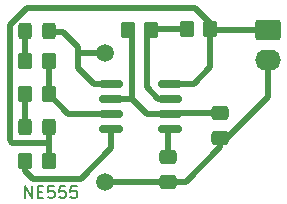
<source format=gbr>
G04 #@! TF.GenerationSoftware,KiCad,Pcbnew,7.0.6*
G04 #@! TF.CreationDate,2023-10-18T11:42:06+02:00*
G04 #@! TF.ProjectId,SMD-NE555,534d442d-4e45-4353-9535-2e6b69636164,rev?*
G04 #@! TF.SameCoordinates,Original*
G04 #@! TF.FileFunction,Copper,L1,Top*
G04 #@! TF.FilePolarity,Positive*
%FSLAX46Y46*%
G04 Gerber Fmt 4.6, Leading zero omitted, Abs format (unit mm)*
G04 Created by KiCad (PCBNEW 7.0.6) date 2023-10-18 11:42:06*
%MOMM*%
%LPD*%
G01*
G04 APERTURE LIST*
G04 Aperture macros list*
%AMRoundRect*
0 Rectangle with rounded corners*
0 $1 Rounding radius*
0 $2 $3 $4 $5 $6 $7 $8 $9 X,Y pos of 4 corners*
0 Add a 4 corners polygon primitive as box body*
4,1,4,$2,$3,$4,$5,$6,$7,$8,$9,$2,$3,0*
0 Add four circle primitives for the rounded corners*
1,1,$1+$1,$2,$3*
1,1,$1+$1,$4,$5*
1,1,$1+$1,$6,$7*
1,1,$1+$1,$8,$9*
0 Add four rect primitives between the rounded corners*
20,1,$1+$1,$2,$3,$4,$5,0*
20,1,$1+$1,$4,$5,$6,$7,0*
20,1,$1+$1,$6,$7,$8,$9,0*
20,1,$1+$1,$8,$9,$2,$3,0*%
G04 Aperture macros list end*
%ADD10C,0.200000*%
G04 #@! TA.AperFunction,NonConductor*
%ADD11C,0.200000*%
G04 #@! TD*
G04 #@! TA.AperFunction,SMDPad,CuDef*
%ADD12RoundRect,0.250000X0.350000X0.450000X-0.350000X0.450000X-0.350000X-0.450000X0.350000X-0.450000X0*%
G04 #@! TD*
G04 #@! TA.AperFunction,SMDPad,CuDef*
%ADD13RoundRect,0.150000X-0.825000X-0.150000X0.825000X-0.150000X0.825000X0.150000X-0.825000X0.150000X0*%
G04 #@! TD*
G04 #@! TA.AperFunction,SMDPad,CuDef*
%ADD14RoundRect,0.250000X-0.350000X-0.450000X0.350000X-0.450000X0.350000X0.450000X-0.350000X0.450000X0*%
G04 #@! TD*
G04 #@! TA.AperFunction,ComponentPad*
%ADD15RoundRect,0.250000X-0.845000X0.620000X-0.845000X-0.620000X0.845000X-0.620000X0.845000X0.620000X0*%
G04 #@! TD*
G04 #@! TA.AperFunction,ComponentPad*
%ADD16O,2.190000X1.740000*%
G04 #@! TD*
G04 #@! TA.AperFunction,SMDPad,CuDef*
%ADD17RoundRect,0.250000X-0.325000X-0.450000X0.325000X-0.450000X0.325000X0.450000X-0.325000X0.450000X0*%
G04 #@! TD*
G04 #@! TA.AperFunction,SMDPad,CuDef*
%ADD18RoundRect,0.250000X-0.475000X0.337500X-0.475000X-0.337500X0.475000X-0.337500X0.475000X0.337500X0*%
G04 #@! TD*
G04 #@! TA.AperFunction,SMDPad,CuDef*
%ADD19RoundRect,0.250000X0.325000X0.450000X-0.325000X0.450000X-0.325000X-0.450000X0.325000X-0.450000X0*%
G04 #@! TD*
G04 #@! TA.AperFunction,ViaPad*
%ADD20C,1.500000*%
G04 #@! TD*
G04 #@! TA.AperFunction,Conductor*
%ADD21C,0.500000*%
G04 #@! TD*
G04 APERTURE END LIST*
D10*
D11*
X94373173Y-94079719D02*
X94373173Y-93079719D01*
X94373173Y-93079719D02*
X94944601Y-94079719D01*
X94944601Y-94079719D02*
X94944601Y-93079719D01*
X95420792Y-93555909D02*
X95754125Y-93555909D01*
X95896982Y-94079719D02*
X95420792Y-94079719D01*
X95420792Y-94079719D02*
X95420792Y-93079719D01*
X95420792Y-93079719D02*
X95896982Y-93079719D01*
X96801744Y-93079719D02*
X96325554Y-93079719D01*
X96325554Y-93079719D02*
X96277935Y-93555909D01*
X96277935Y-93555909D02*
X96325554Y-93508290D01*
X96325554Y-93508290D02*
X96420792Y-93460671D01*
X96420792Y-93460671D02*
X96658887Y-93460671D01*
X96658887Y-93460671D02*
X96754125Y-93508290D01*
X96754125Y-93508290D02*
X96801744Y-93555909D01*
X96801744Y-93555909D02*
X96849363Y-93651147D01*
X96849363Y-93651147D02*
X96849363Y-93889242D01*
X96849363Y-93889242D02*
X96801744Y-93984480D01*
X96801744Y-93984480D02*
X96754125Y-94032100D01*
X96754125Y-94032100D02*
X96658887Y-94079719D01*
X96658887Y-94079719D02*
X96420792Y-94079719D01*
X96420792Y-94079719D02*
X96325554Y-94032100D01*
X96325554Y-94032100D02*
X96277935Y-93984480D01*
X97754125Y-93079719D02*
X97277935Y-93079719D01*
X97277935Y-93079719D02*
X97230316Y-93555909D01*
X97230316Y-93555909D02*
X97277935Y-93508290D01*
X97277935Y-93508290D02*
X97373173Y-93460671D01*
X97373173Y-93460671D02*
X97611268Y-93460671D01*
X97611268Y-93460671D02*
X97706506Y-93508290D01*
X97706506Y-93508290D02*
X97754125Y-93555909D01*
X97754125Y-93555909D02*
X97801744Y-93651147D01*
X97801744Y-93651147D02*
X97801744Y-93889242D01*
X97801744Y-93889242D02*
X97754125Y-93984480D01*
X97754125Y-93984480D02*
X97706506Y-94032100D01*
X97706506Y-94032100D02*
X97611268Y-94079719D01*
X97611268Y-94079719D02*
X97373173Y-94079719D01*
X97373173Y-94079719D02*
X97277935Y-94032100D01*
X97277935Y-94032100D02*
X97230316Y-93984480D01*
X98706506Y-93079719D02*
X98230316Y-93079719D01*
X98230316Y-93079719D02*
X98182697Y-93555909D01*
X98182697Y-93555909D02*
X98230316Y-93508290D01*
X98230316Y-93508290D02*
X98325554Y-93460671D01*
X98325554Y-93460671D02*
X98563649Y-93460671D01*
X98563649Y-93460671D02*
X98658887Y-93508290D01*
X98658887Y-93508290D02*
X98706506Y-93555909D01*
X98706506Y-93555909D02*
X98754125Y-93651147D01*
X98754125Y-93651147D02*
X98754125Y-93889242D01*
X98754125Y-93889242D02*
X98706506Y-93984480D01*
X98706506Y-93984480D02*
X98658887Y-94032100D01*
X98658887Y-94032100D02*
X98563649Y-94079719D01*
X98563649Y-94079719D02*
X98325554Y-94079719D01*
X98325554Y-94079719D02*
X98230316Y-94032100D01*
X98230316Y-94032100D02*
X98182697Y-93984480D01*
D12*
X108039500Y-79790500D03*
X110039500Y-79790500D03*
X103039500Y-79840500D03*
X105039500Y-79840500D03*
D13*
X106589500Y-84395500D03*
X106589500Y-85665500D03*
X106589500Y-86935500D03*
X106589500Y-88205500D03*
X101639500Y-88205500D03*
X101639500Y-86935500D03*
X101639500Y-85665500D03*
X101639500Y-84395500D03*
D14*
X94345500Y-85256500D03*
X96345500Y-85256500D03*
D15*
X114889500Y-79875500D03*
D16*
X114889500Y-82415500D03*
D17*
X94320500Y-88074500D03*
X96370500Y-88074500D03*
D12*
X96345500Y-82462500D03*
X94345500Y-82462500D03*
D18*
X106489500Y-90635000D03*
X106489500Y-92710000D03*
D12*
X94361500Y-90910500D03*
X96361500Y-90910500D03*
D19*
X96370500Y-79922500D03*
X94320500Y-79922500D03*
D18*
X110864500Y-86890500D03*
X110864500Y-88965500D03*
D20*
X101115500Y-81766500D03*
X101115500Y-92688500D03*
D21*
X110864500Y-89795500D02*
X110864500Y-88965500D01*
X107950000Y-92710000D02*
X110864500Y-89795500D01*
X106489500Y-92710000D02*
X107950000Y-92710000D01*
X111440500Y-88965500D02*
X110864500Y-88965500D01*
X114889500Y-85516500D02*
X111440500Y-88965500D01*
X114889500Y-82415500D02*
X114889500Y-85516500D01*
X104648000Y-84698500D02*
X104648000Y-80232000D01*
X105615000Y-85665500D02*
X104648000Y-84698500D01*
X106589500Y-85665500D02*
X105615000Y-85665500D01*
X104648000Y-80232000D02*
X105039500Y-79840500D01*
X104715500Y-86935500D02*
X106589500Y-86935500D01*
X103445500Y-85665500D02*
X104715500Y-86935500D01*
X103124000Y-85665500D02*
X103445500Y-85665500D01*
X103378000Y-80179000D02*
X103378000Y-85665500D01*
X103378000Y-85665500D02*
X103124000Y-85665500D01*
X103039500Y-79840500D02*
X103378000Y-80179000D01*
X101639500Y-85665500D02*
X103124000Y-85665500D01*
X94361500Y-91776500D02*
X94361500Y-90910500D01*
X99083500Y-92434500D02*
X95019500Y-92434500D01*
X101639500Y-89878500D02*
X99083500Y-92434500D01*
X101639500Y-88205500D02*
X101639500Y-89878500D01*
X95019500Y-92434500D02*
X94361500Y-91776500D01*
X110039500Y-83002500D02*
X110039500Y-79790500D01*
X108646500Y-84395500D02*
X110039500Y-83002500D01*
X106589500Y-84395500D02*
X108646500Y-84395500D01*
X94521551Y-77956500D02*
X108735500Y-77956500D01*
X110039500Y-79260500D02*
X110039500Y-79790500D01*
X93059500Y-79418551D02*
X94521551Y-77956500D01*
X93059500Y-89204500D02*
X93059500Y-79418551D01*
X108735500Y-77956500D02*
X110039500Y-79260500D01*
X96370500Y-89386500D02*
X93241500Y-89386500D01*
X93241500Y-89386500D02*
X93059500Y-89204500D01*
X98829500Y-81258500D02*
X97559500Y-79988500D01*
X98829500Y-81766500D02*
X98829500Y-81258500D01*
X98829500Y-81766500D02*
X98829500Y-83036500D01*
X101115500Y-81766500D02*
X98829500Y-81766500D01*
X100188500Y-84395500D02*
X98829500Y-83036500D01*
X101137000Y-92710000D02*
X101115500Y-92688500D01*
X106489500Y-92710000D02*
X101137000Y-92710000D01*
X97559500Y-79988500D02*
X96436500Y-79988500D01*
X101639500Y-84395500D02*
X100188500Y-84395500D01*
X98024500Y-86935500D02*
X101639500Y-86935500D01*
X96345500Y-85256500D02*
X98024500Y-86935500D01*
X114889500Y-79875500D02*
X110124500Y-79875500D01*
X110864500Y-86890500D02*
X106634500Y-86890500D01*
X106489500Y-88305500D02*
X106589500Y-88205500D01*
X106489500Y-90635000D02*
X106489500Y-88305500D01*
X96370500Y-90901500D02*
X96361500Y-90910500D01*
X96370500Y-88074500D02*
X96370500Y-90901500D01*
X94345500Y-88049500D02*
X94320500Y-88074500D01*
X94345500Y-85256500D02*
X94345500Y-88049500D01*
X94345500Y-79947500D02*
X94320500Y-79922500D01*
X94345500Y-82462500D02*
X94345500Y-79947500D01*
X96345500Y-85256500D02*
X96345500Y-82462500D01*
X106634500Y-86890500D02*
X106589500Y-86935500D01*
X108039500Y-79790500D02*
X105089500Y-79790500D01*
X105089500Y-79790500D02*
X105039500Y-79840500D01*
X110124500Y-79875500D02*
X110039500Y-79790500D01*
M02*

</source>
